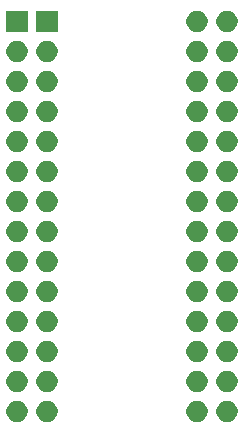
<source format=gbr>
G04 #@! TF.GenerationSoftware,KiCad,Pcbnew,(5.1.5-0-10_14)*
G04 #@! TF.CreationDate,2020-09-26T21:14:20+02:00*
G04 #@! TF.ProjectId,es_t4,65735f74-342e-46b6-9963-61645f706362,rev?*
G04 #@! TF.SameCoordinates,Original*
G04 #@! TF.FileFunction,Soldermask,Bot*
G04 #@! TF.FilePolarity,Negative*
%FSLAX46Y46*%
G04 Gerber Fmt 4.6, Leading zero omitted, Abs format (unit mm)*
G04 Created by KiCad (PCBNEW (5.1.5-0-10_14)) date 2020-09-26 21:14:20*
%MOMM*%
%LPD*%
G04 APERTURE LIST*
%ADD10C,0.100000*%
G04 APERTURE END LIST*
D10*
G36*
X149973512Y-103243927D02*
G01*
X150122812Y-103273624D01*
X150286784Y-103341544D01*
X150434354Y-103440147D01*
X150559853Y-103565646D01*
X150658456Y-103713216D01*
X150726376Y-103877188D01*
X150761000Y-104051259D01*
X150761000Y-104228741D01*
X150726376Y-104402812D01*
X150658456Y-104566784D01*
X150559853Y-104714354D01*
X150434354Y-104839853D01*
X150286784Y-104938456D01*
X150122812Y-105006376D01*
X149973512Y-105036073D01*
X149948742Y-105041000D01*
X149771258Y-105041000D01*
X149746488Y-105036073D01*
X149597188Y-105006376D01*
X149433216Y-104938456D01*
X149285646Y-104839853D01*
X149160147Y-104714354D01*
X149061544Y-104566784D01*
X148993624Y-104402812D01*
X148959000Y-104228741D01*
X148959000Y-104051259D01*
X148993624Y-103877188D01*
X149061544Y-103713216D01*
X149160147Y-103565646D01*
X149285646Y-103440147D01*
X149433216Y-103341544D01*
X149597188Y-103273624D01*
X149746488Y-103243927D01*
X149771258Y-103239000D01*
X149948742Y-103239000D01*
X149973512Y-103243927D01*
G37*
G36*
X147433512Y-103243927D02*
G01*
X147582812Y-103273624D01*
X147746784Y-103341544D01*
X147894354Y-103440147D01*
X148019853Y-103565646D01*
X148118456Y-103713216D01*
X148186376Y-103877188D01*
X148221000Y-104051259D01*
X148221000Y-104228741D01*
X148186376Y-104402812D01*
X148118456Y-104566784D01*
X148019853Y-104714354D01*
X147894354Y-104839853D01*
X147746784Y-104938456D01*
X147582812Y-105006376D01*
X147433512Y-105036073D01*
X147408742Y-105041000D01*
X147231258Y-105041000D01*
X147206488Y-105036073D01*
X147057188Y-105006376D01*
X146893216Y-104938456D01*
X146745646Y-104839853D01*
X146620147Y-104714354D01*
X146521544Y-104566784D01*
X146453624Y-104402812D01*
X146419000Y-104228741D01*
X146419000Y-104051259D01*
X146453624Y-103877188D01*
X146521544Y-103713216D01*
X146620147Y-103565646D01*
X146745646Y-103440147D01*
X146893216Y-103341544D01*
X147057188Y-103273624D01*
X147206488Y-103243927D01*
X147231258Y-103239000D01*
X147408742Y-103239000D01*
X147433512Y-103243927D01*
G37*
G36*
X134733512Y-103243927D02*
G01*
X134882812Y-103273624D01*
X135046784Y-103341544D01*
X135194354Y-103440147D01*
X135319853Y-103565646D01*
X135418456Y-103713216D01*
X135486376Y-103877188D01*
X135521000Y-104051259D01*
X135521000Y-104228741D01*
X135486376Y-104402812D01*
X135418456Y-104566784D01*
X135319853Y-104714354D01*
X135194354Y-104839853D01*
X135046784Y-104938456D01*
X134882812Y-105006376D01*
X134733512Y-105036073D01*
X134708742Y-105041000D01*
X134531258Y-105041000D01*
X134506488Y-105036073D01*
X134357188Y-105006376D01*
X134193216Y-104938456D01*
X134045646Y-104839853D01*
X133920147Y-104714354D01*
X133821544Y-104566784D01*
X133753624Y-104402812D01*
X133719000Y-104228741D01*
X133719000Y-104051259D01*
X133753624Y-103877188D01*
X133821544Y-103713216D01*
X133920147Y-103565646D01*
X134045646Y-103440147D01*
X134193216Y-103341544D01*
X134357188Y-103273624D01*
X134506488Y-103243927D01*
X134531258Y-103239000D01*
X134708742Y-103239000D01*
X134733512Y-103243927D01*
G37*
G36*
X132193512Y-103243927D02*
G01*
X132342812Y-103273624D01*
X132506784Y-103341544D01*
X132654354Y-103440147D01*
X132779853Y-103565646D01*
X132878456Y-103713216D01*
X132946376Y-103877188D01*
X132981000Y-104051259D01*
X132981000Y-104228741D01*
X132946376Y-104402812D01*
X132878456Y-104566784D01*
X132779853Y-104714354D01*
X132654354Y-104839853D01*
X132506784Y-104938456D01*
X132342812Y-105006376D01*
X132193512Y-105036073D01*
X132168742Y-105041000D01*
X131991258Y-105041000D01*
X131966488Y-105036073D01*
X131817188Y-105006376D01*
X131653216Y-104938456D01*
X131505646Y-104839853D01*
X131380147Y-104714354D01*
X131281544Y-104566784D01*
X131213624Y-104402812D01*
X131179000Y-104228741D01*
X131179000Y-104051259D01*
X131213624Y-103877188D01*
X131281544Y-103713216D01*
X131380147Y-103565646D01*
X131505646Y-103440147D01*
X131653216Y-103341544D01*
X131817188Y-103273624D01*
X131966488Y-103243927D01*
X131991258Y-103239000D01*
X132168742Y-103239000D01*
X132193512Y-103243927D01*
G37*
G36*
X149973512Y-100703927D02*
G01*
X150122812Y-100733624D01*
X150286784Y-100801544D01*
X150434354Y-100900147D01*
X150559853Y-101025646D01*
X150658456Y-101173216D01*
X150726376Y-101337188D01*
X150761000Y-101511259D01*
X150761000Y-101688741D01*
X150726376Y-101862812D01*
X150658456Y-102026784D01*
X150559853Y-102174354D01*
X150434354Y-102299853D01*
X150286784Y-102398456D01*
X150122812Y-102466376D01*
X149973512Y-102496073D01*
X149948742Y-102501000D01*
X149771258Y-102501000D01*
X149746488Y-102496073D01*
X149597188Y-102466376D01*
X149433216Y-102398456D01*
X149285646Y-102299853D01*
X149160147Y-102174354D01*
X149061544Y-102026784D01*
X148993624Y-101862812D01*
X148959000Y-101688741D01*
X148959000Y-101511259D01*
X148993624Y-101337188D01*
X149061544Y-101173216D01*
X149160147Y-101025646D01*
X149285646Y-100900147D01*
X149433216Y-100801544D01*
X149597188Y-100733624D01*
X149746488Y-100703927D01*
X149771258Y-100699000D01*
X149948742Y-100699000D01*
X149973512Y-100703927D01*
G37*
G36*
X134733512Y-100703927D02*
G01*
X134882812Y-100733624D01*
X135046784Y-100801544D01*
X135194354Y-100900147D01*
X135319853Y-101025646D01*
X135418456Y-101173216D01*
X135486376Y-101337188D01*
X135521000Y-101511259D01*
X135521000Y-101688741D01*
X135486376Y-101862812D01*
X135418456Y-102026784D01*
X135319853Y-102174354D01*
X135194354Y-102299853D01*
X135046784Y-102398456D01*
X134882812Y-102466376D01*
X134733512Y-102496073D01*
X134708742Y-102501000D01*
X134531258Y-102501000D01*
X134506488Y-102496073D01*
X134357188Y-102466376D01*
X134193216Y-102398456D01*
X134045646Y-102299853D01*
X133920147Y-102174354D01*
X133821544Y-102026784D01*
X133753624Y-101862812D01*
X133719000Y-101688741D01*
X133719000Y-101511259D01*
X133753624Y-101337188D01*
X133821544Y-101173216D01*
X133920147Y-101025646D01*
X134045646Y-100900147D01*
X134193216Y-100801544D01*
X134357188Y-100733624D01*
X134506488Y-100703927D01*
X134531258Y-100699000D01*
X134708742Y-100699000D01*
X134733512Y-100703927D01*
G37*
G36*
X147433512Y-100703927D02*
G01*
X147582812Y-100733624D01*
X147746784Y-100801544D01*
X147894354Y-100900147D01*
X148019853Y-101025646D01*
X148118456Y-101173216D01*
X148186376Y-101337188D01*
X148221000Y-101511259D01*
X148221000Y-101688741D01*
X148186376Y-101862812D01*
X148118456Y-102026784D01*
X148019853Y-102174354D01*
X147894354Y-102299853D01*
X147746784Y-102398456D01*
X147582812Y-102466376D01*
X147433512Y-102496073D01*
X147408742Y-102501000D01*
X147231258Y-102501000D01*
X147206488Y-102496073D01*
X147057188Y-102466376D01*
X146893216Y-102398456D01*
X146745646Y-102299853D01*
X146620147Y-102174354D01*
X146521544Y-102026784D01*
X146453624Y-101862812D01*
X146419000Y-101688741D01*
X146419000Y-101511259D01*
X146453624Y-101337188D01*
X146521544Y-101173216D01*
X146620147Y-101025646D01*
X146745646Y-100900147D01*
X146893216Y-100801544D01*
X147057188Y-100733624D01*
X147206488Y-100703927D01*
X147231258Y-100699000D01*
X147408742Y-100699000D01*
X147433512Y-100703927D01*
G37*
G36*
X132193512Y-100703927D02*
G01*
X132342812Y-100733624D01*
X132506784Y-100801544D01*
X132654354Y-100900147D01*
X132779853Y-101025646D01*
X132878456Y-101173216D01*
X132946376Y-101337188D01*
X132981000Y-101511259D01*
X132981000Y-101688741D01*
X132946376Y-101862812D01*
X132878456Y-102026784D01*
X132779853Y-102174354D01*
X132654354Y-102299853D01*
X132506784Y-102398456D01*
X132342812Y-102466376D01*
X132193512Y-102496073D01*
X132168742Y-102501000D01*
X131991258Y-102501000D01*
X131966488Y-102496073D01*
X131817188Y-102466376D01*
X131653216Y-102398456D01*
X131505646Y-102299853D01*
X131380147Y-102174354D01*
X131281544Y-102026784D01*
X131213624Y-101862812D01*
X131179000Y-101688741D01*
X131179000Y-101511259D01*
X131213624Y-101337188D01*
X131281544Y-101173216D01*
X131380147Y-101025646D01*
X131505646Y-100900147D01*
X131653216Y-100801544D01*
X131817188Y-100733624D01*
X131966488Y-100703927D01*
X131991258Y-100699000D01*
X132168742Y-100699000D01*
X132193512Y-100703927D01*
G37*
G36*
X149973512Y-98163927D02*
G01*
X150122812Y-98193624D01*
X150286784Y-98261544D01*
X150434354Y-98360147D01*
X150559853Y-98485646D01*
X150658456Y-98633216D01*
X150726376Y-98797188D01*
X150761000Y-98971259D01*
X150761000Y-99148741D01*
X150726376Y-99322812D01*
X150658456Y-99486784D01*
X150559853Y-99634354D01*
X150434354Y-99759853D01*
X150286784Y-99858456D01*
X150122812Y-99926376D01*
X149973512Y-99956073D01*
X149948742Y-99961000D01*
X149771258Y-99961000D01*
X149746488Y-99956073D01*
X149597188Y-99926376D01*
X149433216Y-99858456D01*
X149285646Y-99759853D01*
X149160147Y-99634354D01*
X149061544Y-99486784D01*
X148993624Y-99322812D01*
X148959000Y-99148741D01*
X148959000Y-98971259D01*
X148993624Y-98797188D01*
X149061544Y-98633216D01*
X149160147Y-98485646D01*
X149285646Y-98360147D01*
X149433216Y-98261544D01*
X149597188Y-98193624D01*
X149746488Y-98163927D01*
X149771258Y-98159000D01*
X149948742Y-98159000D01*
X149973512Y-98163927D01*
G37*
G36*
X147433512Y-98163927D02*
G01*
X147582812Y-98193624D01*
X147746784Y-98261544D01*
X147894354Y-98360147D01*
X148019853Y-98485646D01*
X148118456Y-98633216D01*
X148186376Y-98797188D01*
X148221000Y-98971259D01*
X148221000Y-99148741D01*
X148186376Y-99322812D01*
X148118456Y-99486784D01*
X148019853Y-99634354D01*
X147894354Y-99759853D01*
X147746784Y-99858456D01*
X147582812Y-99926376D01*
X147433512Y-99956073D01*
X147408742Y-99961000D01*
X147231258Y-99961000D01*
X147206488Y-99956073D01*
X147057188Y-99926376D01*
X146893216Y-99858456D01*
X146745646Y-99759853D01*
X146620147Y-99634354D01*
X146521544Y-99486784D01*
X146453624Y-99322812D01*
X146419000Y-99148741D01*
X146419000Y-98971259D01*
X146453624Y-98797188D01*
X146521544Y-98633216D01*
X146620147Y-98485646D01*
X146745646Y-98360147D01*
X146893216Y-98261544D01*
X147057188Y-98193624D01*
X147206488Y-98163927D01*
X147231258Y-98159000D01*
X147408742Y-98159000D01*
X147433512Y-98163927D01*
G37*
G36*
X134733512Y-98163927D02*
G01*
X134882812Y-98193624D01*
X135046784Y-98261544D01*
X135194354Y-98360147D01*
X135319853Y-98485646D01*
X135418456Y-98633216D01*
X135486376Y-98797188D01*
X135521000Y-98971259D01*
X135521000Y-99148741D01*
X135486376Y-99322812D01*
X135418456Y-99486784D01*
X135319853Y-99634354D01*
X135194354Y-99759853D01*
X135046784Y-99858456D01*
X134882812Y-99926376D01*
X134733512Y-99956073D01*
X134708742Y-99961000D01*
X134531258Y-99961000D01*
X134506488Y-99956073D01*
X134357188Y-99926376D01*
X134193216Y-99858456D01*
X134045646Y-99759853D01*
X133920147Y-99634354D01*
X133821544Y-99486784D01*
X133753624Y-99322812D01*
X133719000Y-99148741D01*
X133719000Y-98971259D01*
X133753624Y-98797188D01*
X133821544Y-98633216D01*
X133920147Y-98485646D01*
X134045646Y-98360147D01*
X134193216Y-98261544D01*
X134357188Y-98193624D01*
X134506488Y-98163927D01*
X134531258Y-98159000D01*
X134708742Y-98159000D01*
X134733512Y-98163927D01*
G37*
G36*
X132193512Y-98163927D02*
G01*
X132342812Y-98193624D01*
X132506784Y-98261544D01*
X132654354Y-98360147D01*
X132779853Y-98485646D01*
X132878456Y-98633216D01*
X132946376Y-98797188D01*
X132981000Y-98971259D01*
X132981000Y-99148741D01*
X132946376Y-99322812D01*
X132878456Y-99486784D01*
X132779853Y-99634354D01*
X132654354Y-99759853D01*
X132506784Y-99858456D01*
X132342812Y-99926376D01*
X132193512Y-99956073D01*
X132168742Y-99961000D01*
X131991258Y-99961000D01*
X131966488Y-99956073D01*
X131817188Y-99926376D01*
X131653216Y-99858456D01*
X131505646Y-99759853D01*
X131380147Y-99634354D01*
X131281544Y-99486784D01*
X131213624Y-99322812D01*
X131179000Y-99148741D01*
X131179000Y-98971259D01*
X131213624Y-98797188D01*
X131281544Y-98633216D01*
X131380147Y-98485646D01*
X131505646Y-98360147D01*
X131653216Y-98261544D01*
X131817188Y-98193624D01*
X131966488Y-98163927D01*
X131991258Y-98159000D01*
X132168742Y-98159000D01*
X132193512Y-98163927D01*
G37*
G36*
X134733512Y-95623927D02*
G01*
X134882812Y-95653624D01*
X135046784Y-95721544D01*
X135194354Y-95820147D01*
X135319853Y-95945646D01*
X135418456Y-96093216D01*
X135486376Y-96257188D01*
X135521000Y-96431259D01*
X135521000Y-96608741D01*
X135486376Y-96782812D01*
X135418456Y-96946784D01*
X135319853Y-97094354D01*
X135194354Y-97219853D01*
X135046784Y-97318456D01*
X134882812Y-97386376D01*
X134733512Y-97416073D01*
X134708742Y-97421000D01*
X134531258Y-97421000D01*
X134506488Y-97416073D01*
X134357188Y-97386376D01*
X134193216Y-97318456D01*
X134045646Y-97219853D01*
X133920147Y-97094354D01*
X133821544Y-96946784D01*
X133753624Y-96782812D01*
X133719000Y-96608741D01*
X133719000Y-96431259D01*
X133753624Y-96257188D01*
X133821544Y-96093216D01*
X133920147Y-95945646D01*
X134045646Y-95820147D01*
X134193216Y-95721544D01*
X134357188Y-95653624D01*
X134506488Y-95623927D01*
X134531258Y-95619000D01*
X134708742Y-95619000D01*
X134733512Y-95623927D01*
G37*
G36*
X132193512Y-95623927D02*
G01*
X132342812Y-95653624D01*
X132506784Y-95721544D01*
X132654354Y-95820147D01*
X132779853Y-95945646D01*
X132878456Y-96093216D01*
X132946376Y-96257188D01*
X132981000Y-96431259D01*
X132981000Y-96608741D01*
X132946376Y-96782812D01*
X132878456Y-96946784D01*
X132779853Y-97094354D01*
X132654354Y-97219853D01*
X132506784Y-97318456D01*
X132342812Y-97386376D01*
X132193512Y-97416073D01*
X132168742Y-97421000D01*
X131991258Y-97421000D01*
X131966488Y-97416073D01*
X131817188Y-97386376D01*
X131653216Y-97318456D01*
X131505646Y-97219853D01*
X131380147Y-97094354D01*
X131281544Y-96946784D01*
X131213624Y-96782812D01*
X131179000Y-96608741D01*
X131179000Y-96431259D01*
X131213624Y-96257188D01*
X131281544Y-96093216D01*
X131380147Y-95945646D01*
X131505646Y-95820147D01*
X131653216Y-95721544D01*
X131817188Y-95653624D01*
X131966488Y-95623927D01*
X131991258Y-95619000D01*
X132168742Y-95619000D01*
X132193512Y-95623927D01*
G37*
G36*
X147433512Y-95623927D02*
G01*
X147582812Y-95653624D01*
X147746784Y-95721544D01*
X147894354Y-95820147D01*
X148019853Y-95945646D01*
X148118456Y-96093216D01*
X148186376Y-96257188D01*
X148221000Y-96431259D01*
X148221000Y-96608741D01*
X148186376Y-96782812D01*
X148118456Y-96946784D01*
X148019853Y-97094354D01*
X147894354Y-97219853D01*
X147746784Y-97318456D01*
X147582812Y-97386376D01*
X147433512Y-97416073D01*
X147408742Y-97421000D01*
X147231258Y-97421000D01*
X147206488Y-97416073D01*
X147057188Y-97386376D01*
X146893216Y-97318456D01*
X146745646Y-97219853D01*
X146620147Y-97094354D01*
X146521544Y-96946784D01*
X146453624Y-96782812D01*
X146419000Y-96608741D01*
X146419000Y-96431259D01*
X146453624Y-96257188D01*
X146521544Y-96093216D01*
X146620147Y-95945646D01*
X146745646Y-95820147D01*
X146893216Y-95721544D01*
X147057188Y-95653624D01*
X147206488Y-95623927D01*
X147231258Y-95619000D01*
X147408742Y-95619000D01*
X147433512Y-95623927D01*
G37*
G36*
X149973512Y-95623927D02*
G01*
X150122812Y-95653624D01*
X150286784Y-95721544D01*
X150434354Y-95820147D01*
X150559853Y-95945646D01*
X150658456Y-96093216D01*
X150726376Y-96257188D01*
X150761000Y-96431259D01*
X150761000Y-96608741D01*
X150726376Y-96782812D01*
X150658456Y-96946784D01*
X150559853Y-97094354D01*
X150434354Y-97219853D01*
X150286784Y-97318456D01*
X150122812Y-97386376D01*
X149973512Y-97416073D01*
X149948742Y-97421000D01*
X149771258Y-97421000D01*
X149746488Y-97416073D01*
X149597188Y-97386376D01*
X149433216Y-97318456D01*
X149285646Y-97219853D01*
X149160147Y-97094354D01*
X149061544Y-96946784D01*
X148993624Y-96782812D01*
X148959000Y-96608741D01*
X148959000Y-96431259D01*
X148993624Y-96257188D01*
X149061544Y-96093216D01*
X149160147Y-95945646D01*
X149285646Y-95820147D01*
X149433216Y-95721544D01*
X149597188Y-95653624D01*
X149746488Y-95623927D01*
X149771258Y-95619000D01*
X149948742Y-95619000D01*
X149973512Y-95623927D01*
G37*
G36*
X149973512Y-93083927D02*
G01*
X150122812Y-93113624D01*
X150286784Y-93181544D01*
X150434354Y-93280147D01*
X150559853Y-93405646D01*
X150658456Y-93553216D01*
X150726376Y-93717188D01*
X150761000Y-93891259D01*
X150761000Y-94068741D01*
X150726376Y-94242812D01*
X150658456Y-94406784D01*
X150559853Y-94554354D01*
X150434354Y-94679853D01*
X150286784Y-94778456D01*
X150122812Y-94846376D01*
X149973512Y-94876073D01*
X149948742Y-94881000D01*
X149771258Y-94881000D01*
X149746488Y-94876073D01*
X149597188Y-94846376D01*
X149433216Y-94778456D01*
X149285646Y-94679853D01*
X149160147Y-94554354D01*
X149061544Y-94406784D01*
X148993624Y-94242812D01*
X148959000Y-94068741D01*
X148959000Y-93891259D01*
X148993624Y-93717188D01*
X149061544Y-93553216D01*
X149160147Y-93405646D01*
X149285646Y-93280147D01*
X149433216Y-93181544D01*
X149597188Y-93113624D01*
X149746488Y-93083927D01*
X149771258Y-93079000D01*
X149948742Y-93079000D01*
X149973512Y-93083927D01*
G37*
G36*
X147433512Y-93083927D02*
G01*
X147582812Y-93113624D01*
X147746784Y-93181544D01*
X147894354Y-93280147D01*
X148019853Y-93405646D01*
X148118456Y-93553216D01*
X148186376Y-93717188D01*
X148221000Y-93891259D01*
X148221000Y-94068741D01*
X148186376Y-94242812D01*
X148118456Y-94406784D01*
X148019853Y-94554354D01*
X147894354Y-94679853D01*
X147746784Y-94778456D01*
X147582812Y-94846376D01*
X147433512Y-94876073D01*
X147408742Y-94881000D01*
X147231258Y-94881000D01*
X147206488Y-94876073D01*
X147057188Y-94846376D01*
X146893216Y-94778456D01*
X146745646Y-94679853D01*
X146620147Y-94554354D01*
X146521544Y-94406784D01*
X146453624Y-94242812D01*
X146419000Y-94068741D01*
X146419000Y-93891259D01*
X146453624Y-93717188D01*
X146521544Y-93553216D01*
X146620147Y-93405646D01*
X146745646Y-93280147D01*
X146893216Y-93181544D01*
X147057188Y-93113624D01*
X147206488Y-93083927D01*
X147231258Y-93079000D01*
X147408742Y-93079000D01*
X147433512Y-93083927D01*
G37*
G36*
X134733512Y-93083927D02*
G01*
X134882812Y-93113624D01*
X135046784Y-93181544D01*
X135194354Y-93280147D01*
X135319853Y-93405646D01*
X135418456Y-93553216D01*
X135486376Y-93717188D01*
X135521000Y-93891259D01*
X135521000Y-94068741D01*
X135486376Y-94242812D01*
X135418456Y-94406784D01*
X135319853Y-94554354D01*
X135194354Y-94679853D01*
X135046784Y-94778456D01*
X134882812Y-94846376D01*
X134733512Y-94876073D01*
X134708742Y-94881000D01*
X134531258Y-94881000D01*
X134506488Y-94876073D01*
X134357188Y-94846376D01*
X134193216Y-94778456D01*
X134045646Y-94679853D01*
X133920147Y-94554354D01*
X133821544Y-94406784D01*
X133753624Y-94242812D01*
X133719000Y-94068741D01*
X133719000Y-93891259D01*
X133753624Y-93717188D01*
X133821544Y-93553216D01*
X133920147Y-93405646D01*
X134045646Y-93280147D01*
X134193216Y-93181544D01*
X134357188Y-93113624D01*
X134506488Y-93083927D01*
X134531258Y-93079000D01*
X134708742Y-93079000D01*
X134733512Y-93083927D01*
G37*
G36*
X132193512Y-93083927D02*
G01*
X132342812Y-93113624D01*
X132506784Y-93181544D01*
X132654354Y-93280147D01*
X132779853Y-93405646D01*
X132878456Y-93553216D01*
X132946376Y-93717188D01*
X132981000Y-93891259D01*
X132981000Y-94068741D01*
X132946376Y-94242812D01*
X132878456Y-94406784D01*
X132779853Y-94554354D01*
X132654354Y-94679853D01*
X132506784Y-94778456D01*
X132342812Y-94846376D01*
X132193512Y-94876073D01*
X132168742Y-94881000D01*
X131991258Y-94881000D01*
X131966488Y-94876073D01*
X131817188Y-94846376D01*
X131653216Y-94778456D01*
X131505646Y-94679853D01*
X131380147Y-94554354D01*
X131281544Y-94406784D01*
X131213624Y-94242812D01*
X131179000Y-94068741D01*
X131179000Y-93891259D01*
X131213624Y-93717188D01*
X131281544Y-93553216D01*
X131380147Y-93405646D01*
X131505646Y-93280147D01*
X131653216Y-93181544D01*
X131817188Y-93113624D01*
X131966488Y-93083927D01*
X131991258Y-93079000D01*
X132168742Y-93079000D01*
X132193512Y-93083927D01*
G37*
G36*
X134733512Y-90543927D02*
G01*
X134882812Y-90573624D01*
X135046784Y-90641544D01*
X135194354Y-90740147D01*
X135319853Y-90865646D01*
X135418456Y-91013216D01*
X135486376Y-91177188D01*
X135521000Y-91351259D01*
X135521000Y-91528741D01*
X135486376Y-91702812D01*
X135418456Y-91866784D01*
X135319853Y-92014354D01*
X135194354Y-92139853D01*
X135046784Y-92238456D01*
X134882812Y-92306376D01*
X134733512Y-92336073D01*
X134708742Y-92341000D01*
X134531258Y-92341000D01*
X134506488Y-92336073D01*
X134357188Y-92306376D01*
X134193216Y-92238456D01*
X134045646Y-92139853D01*
X133920147Y-92014354D01*
X133821544Y-91866784D01*
X133753624Y-91702812D01*
X133719000Y-91528741D01*
X133719000Y-91351259D01*
X133753624Y-91177188D01*
X133821544Y-91013216D01*
X133920147Y-90865646D01*
X134045646Y-90740147D01*
X134193216Y-90641544D01*
X134357188Y-90573624D01*
X134506488Y-90543927D01*
X134531258Y-90539000D01*
X134708742Y-90539000D01*
X134733512Y-90543927D01*
G37*
G36*
X149973512Y-90543927D02*
G01*
X150122812Y-90573624D01*
X150286784Y-90641544D01*
X150434354Y-90740147D01*
X150559853Y-90865646D01*
X150658456Y-91013216D01*
X150726376Y-91177188D01*
X150761000Y-91351259D01*
X150761000Y-91528741D01*
X150726376Y-91702812D01*
X150658456Y-91866784D01*
X150559853Y-92014354D01*
X150434354Y-92139853D01*
X150286784Y-92238456D01*
X150122812Y-92306376D01*
X149973512Y-92336073D01*
X149948742Y-92341000D01*
X149771258Y-92341000D01*
X149746488Y-92336073D01*
X149597188Y-92306376D01*
X149433216Y-92238456D01*
X149285646Y-92139853D01*
X149160147Y-92014354D01*
X149061544Y-91866784D01*
X148993624Y-91702812D01*
X148959000Y-91528741D01*
X148959000Y-91351259D01*
X148993624Y-91177188D01*
X149061544Y-91013216D01*
X149160147Y-90865646D01*
X149285646Y-90740147D01*
X149433216Y-90641544D01*
X149597188Y-90573624D01*
X149746488Y-90543927D01*
X149771258Y-90539000D01*
X149948742Y-90539000D01*
X149973512Y-90543927D01*
G37*
G36*
X147433512Y-90543927D02*
G01*
X147582812Y-90573624D01*
X147746784Y-90641544D01*
X147894354Y-90740147D01*
X148019853Y-90865646D01*
X148118456Y-91013216D01*
X148186376Y-91177188D01*
X148221000Y-91351259D01*
X148221000Y-91528741D01*
X148186376Y-91702812D01*
X148118456Y-91866784D01*
X148019853Y-92014354D01*
X147894354Y-92139853D01*
X147746784Y-92238456D01*
X147582812Y-92306376D01*
X147433512Y-92336073D01*
X147408742Y-92341000D01*
X147231258Y-92341000D01*
X147206488Y-92336073D01*
X147057188Y-92306376D01*
X146893216Y-92238456D01*
X146745646Y-92139853D01*
X146620147Y-92014354D01*
X146521544Y-91866784D01*
X146453624Y-91702812D01*
X146419000Y-91528741D01*
X146419000Y-91351259D01*
X146453624Y-91177188D01*
X146521544Y-91013216D01*
X146620147Y-90865646D01*
X146745646Y-90740147D01*
X146893216Y-90641544D01*
X147057188Y-90573624D01*
X147206488Y-90543927D01*
X147231258Y-90539000D01*
X147408742Y-90539000D01*
X147433512Y-90543927D01*
G37*
G36*
X132193512Y-90543927D02*
G01*
X132342812Y-90573624D01*
X132506784Y-90641544D01*
X132654354Y-90740147D01*
X132779853Y-90865646D01*
X132878456Y-91013216D01*
X132946376Y-91177188D01*
X132981000Y-91351259D01*
X132981000Y-91528741D01*
X132946376Y-91702812D01*
X132878456Y-91866784D01*
X132779853Y-92014354D01*
X132654354Y-92139853D01*
X132506784Y-92238456D01*
X132342812Y-92306376D01*
X132193512Y-92336073D01*
X132168742Y-92341000D01*
X131991258Y-92341000D01*
X131966488Y-92336073D01*
X131817188Y-92306376D01*
X131653216Y-92238456D01*
X131505646Y-92139853D01*
X131380147Y-92014354D01*
X131281544Y-91866784D01*
X131213624Y-91702812D01*
X131179000Y-91528741D01*
X131179000Y-91351259D01*
X131213624Y-91177188D01*
X131281544Y-91013216D01*
X131380147Y-90865646D01*
X131505646Y-90740147D01*
X131653216Y-90641544D01*
X131817188Y-90573624D01*
X131966488Y-90543927D01*
X131991258Y-90539000D01*
X132168742Y-90539000D01*
X132193512Y-90543927D01*
G37*
G36*
X147433512Y-88003927D02*
G01*
X147582812Y-88033624D01*
X147746784Y-88101544D01*
X147894354Y-88200147D01*
X148019853Y-88325646D01*
X148118456Y-88473216D01*
X148186376Y-88637188D01*
X148221000Y-88811259D01*
X148221000Y-88988741D01*
X148186376Y-89162812D01*
X148118456Y-89326784D01*
X148019853Y-89474354D01*
X147894354Y-89599853D01*
X147746784Y-89698456D01*
X147582812Y-89766376D01*
X147433512Y-89796073D01*
X147408742Y-89801000D01*
X147231258Y-89801000D01*
X147206488Y-89796073D01*
X147057188Y-89766376D01*
X146893216Y-89698456D01*
X146745646Y-89599853D01*
X146620147Y-89474354D01*
X146521544Y-89326784D01*
X146453624Y-89162812D01*
X146419000Y-88988741D01*
X146419000Y-88811259D01*
X146453624Y-88637188D01*
X146521544Y-88473216D01*
X146620147Y-88325646D01*
X146745646Y-88200147D01*
X146893216Y-88101544D01*
X147057188Y-88033624D01*
X147206488Y-88003927D01*
X147231258Y-87999000D01*
X147408742Y-87999000D01*
X147433512Y-88003927D01*
G37*
G36*
X134733512Y-88003927D02*
G01*
X134882812Y-88033624D01*
X135046784Y-88101544D01*
X135194354Y-88200147D01*
X135319853Y-88325646D01*
X135418456Y-88473216D01*
X135486376Y-88637188D01*
X135521000Y-88811259D01*
X135521000Y-88988741D01*
X135486376Y-89162812D01*
X135418456Y-89326784D01*
X135319853Y-89474354D01*
X135194354Y-89599853D01*
X135046784Y-89698456D01*
X134882812Y-89766376D01*
X134733512Y-89796073D01*
X134708742Y-89801000D01*
X134531258Y-89801000D01*
X134506488Y-89796073D01*
X134357188Y-89766376D01*
X134193216Y-89698456D01*
X134045646Y-89599853D01*
X133920147Y-89474354D01*
X133821544Y-89326784D01*
X133753624Y-89162812D01*
X133719000Y-88988741D01*
X133719000Y-88811259D01*
X133753624Y-88637188D01*
X133821544Y-88473216D01*
X133920147Y-88325646D01*
X134045646Y-88200147D01*
X134193216Y-88101544D01*
X134357188Y-88033624D01*
X134506488Y-88003927D01*
X134531258Y-87999000D01*
X134708742Y-87999000D01*
X134733512Y-88003927D01*
G37*
G36*
X149973512Y-88003927D02*
G01*
X150122812Y-88033624D01*
X150286784Y-88101544D01*
X150434354Y-88200147D01*
X150559853Y-88325646D01*
X150658456Y-88473216D01*
X150726376Y-88637188D01*
X150761000Y-88811259D01*
X150761000Y-88988741D01*
X150726376Y-89162812D01*
X150658456Y-89326784D01*
X150559853Y-89474354D01*
X150434354Y-89599853D01*
X150286784Y-89698456D01*
X150122812Y-89766376D01*
X149973512Y-89796073D01*
X149948742Y-89801000D01*
X149771258Y-89801000D01*
X149746488Y-89796073D01*
X149597188Y-89766376D01*
X149433216Y-89698456D01*
X149285646Y-89599853D01*
X149160147Y-89474354D01*
X149061544Y-89326784D01*
X148993624Y-89162812D01*
X148959000Y-88988741D01*
X148959000Y-88811259D01*
X148993624Y-88637188D01*
X149061544Y-88473216D01*
X149160147Y-88325646D01*
X149285646Y-88200147D01*
X149433216Y-88101544D01*
X149597188Y-88033624D01*
X149746488Y-88003927D01*
X149771258Y-87999000D01*
X149948742Y-87999000D01*
X149973512Y-88003927D01*
G37*
G36*
X132193512Y-88003927D02*
G01*
X132342812Y-88033624D01*
X132506784Y-88101544D01*
X132654354Y-88200147D01*
X132779853Y-88325646D01*
X132878456Y-88473216D01*
X132946376Y-88637188D01*
X132981000Y-88811259D01*
X132981000Y-88988741D01*
X132946376Y-89162812D01*
X132878456Y-89326784D01*
X132779853Y-89474354D01*
X132654354Y-89599853D01*
X132506784Y-89698456D01*
X132342812Y-89766376D01*
X132193512Y-89796073D01*
X132168742Y-89801000D01*
X131991258Y-89801000D01*
X131966488Y-89796073D01*
X131817188Y-89766376D01*
X131653216Y-89698456D01*
X131505646Y-89599853D01*
X131380147Y-89474354D01*
X131281544Y-89326784D01*
X131213624Y-89162812D01*
X131179000Y-88988741D01*
X131179000Y-88811259D01*
X131213624Y-88637188D01*
X131281544Y-88473216D01*
X131380147Y-88325646D01*
X131505646Y-88200147D01*
X131653216Y-88101544D01*
X131817188Y-88033624D01*
X131966488Y-88003927D01*
X131991258Y-87999000D01*
X132168742Y-87999000D01*
X132193512Y-88003927D01*
G37*
G36*
X132193512Y-85463927D02*
G01*
X132342812Y-85493624D01*
X132506784Y-85561544D01*
X132654354Y-85660147D01*
X132779853Y-85785646D01*
X132878456Y-85933216D01*
X132946376Y-86097188D01*
X132981000Y-86271259D01*
X132981000Y-86448741D01*
X132946376Y-86622812D01*
X132878456Y-86786784D01*
X132779853Y-86934354D01*
X132654354Y-87059853D01*
X132506784Y-87158456D01*
X132342812Y-87226376D01*
X132193512Y-87256073D01*
X132168742Y-87261000D01*
X131991258Y-87261000D01*
X131966488Y-87256073D01*
X131817188Y-87226376D01*
X131653216Y-87158456D01*
X131505646Y-87059853D01*
X131380147Y-86934354D01*
X131281544Y-86786784D01*
X131213624Y-86622812D01*
X131179000Y-86448741D01*
X131179000Y-86271259D01*
X131213624Y-86097188D01*
X131281544Y-85933216D01*
X131380147Y-85785646D01*
X131505646Y-85660147D01*
X131653216Y-85561544D01*
X131817188Y-85493624D01*
X131966488Y-85463927D01*
X131991258Y-85459000D01*
X132168742Y-85459000D01*
X132193512Y-85463927D01*
G37*
G36*
X134733512Y-85463927D02*
G01*
X134882812Y-85493624D01*
X135046784Y-85561544D01*
X135194354Y-85660147D01*
X135319853Y-85785646D01*
X135418456Y-85933216D01*
X135486376Y-86097188D01*
X135521000Y-86271259D01*
X135521000Y-86448741D01*
X135486376Y-86622812D01*
X135418456Y-86786784D01*
X135319853Y-86934354D01*
X135194354Y-87059853D01*
X135046784Y-87158456D01*
X134882812Y-87226376D01*
X134733512Y-87256073D01*
X134708742Y-87261000D01*
X134531258Y-87261000D01*
X134506488Y-87256073D01*
X134357188Y-87226376D01*
X134193216Y-87158456D01*
X134045646Y-87059853D01*
X133920147Y-86934354D01*
X133821544Y-86786784D01*
X133753624Y-86622812D01*
X133719000Y-86448741D01*
X133719000Y-86271259D01*
X133753624Y-86097188D01*
X133821544Y-85933216D01*
X133920147Y-85785646D01*
X134045646Y-85660147D01*
X134193216Y-85561544D01*
X134357188Y-85493624D01*
X134506488Y-85463927D01*
X134531258Y-85459000D01*
X134708742Y-85459000D01*
X134733512Y-85463927D01*
G37*
G36*
X147433512Y-85463927D02*
G01*
X147582812Y-85493624D01*
X147746784Y-85561544D01*
X147894354Y-85660147D01*
X148019853Y-85785646D01*
X148118456Y-85933216D01*
X148186376Y-86097188D01*
X148221000Y-86271259D01*
X148221000Y-86448741D01*
X148186376Y-86622812D01*
X148118456Y-86786784D01*
X148019853Y-86934354D01*
X147894354Y-87059853D01*
X147746784Y-87158456D01*
X147582812Y-87226376D01*
X147433512Y-87256073D01*
X147408742Y-87261000D01*
X147231258Y-87261000D01*
X147206488Y-87256073D01*
X147057188Y-87226376D01*
X146893216Y-87158456D01*
X146745646Y-87059853D01*
X146620147Y-86934354D01*
X146521544Y-86786784D01*
X146453624Y-86622812D01*
X146419000Y-86448741D01*
X146419000Y-86271259D01*
X146453624Y-86097188D01*
X146521544Y-85933216D01*
X146620147Y-85785646D01*
X146745646Y-85660147D01*
X146893216Y-85561544D01*
X147057188Y-85493624D01*
X147206488Y-85463927D01*
X147231258Y-85459000D01*
X147408742Y-85459000D01*
X147433512Y-85463927D01*
G37*
G36*
X149973512Y-85463927D02*
G01*
X150122812Y-85493624D01*
X150286784Y-85561544D01*
X150434354Y-85660147D01*
X150559853Y-85785646D01*
X150658456Y-85933216D01*
X150726376Y-86097188D01*
X150761000Y-86271259D01*
X150761000Y-86448741D01*
X150726376Y-86622812D01*
X150658456Y-86786784D01*
X150559853Y-86934354D01*
X150434354Y-87059853D01*
X150286784Y-87158456D01*
X150122812Y-87226376D01*
X149973512Y-87256073D01*
X149948742Y-87261000D01*
X149771258Y-87261000D01*
X149746488Y-87256073D01*
X149597188Y-87226376D01*
X149433216Y-87158456D01*
X149285646Y-87059853D01*
X149160147Y-86934354D01*
X149061544Y-86786784D01*
X148993624Y-86622812D01*
X148959000Y-86448741D01*
X148959000Y-86271259D01*
X148993624Y-86097188D01*
X149061544Y-85933216D01*
X149160147Y-85785646D01*
X149285646Y-85660147D01*
X149433216Y-85561544D01*
X149597188Y-85493624D01*
X149746488Y-85463927D01*
X149771258Y-85459000D01*
X149948742Y-85459000D01*
X149973512Y-85463927D01*
G37*
G36*
X149973512Y-82923927D02*
G01*
X150122812Y-82953624D01*
X150286784Y-83021544D01*
X150434354Y-83120147D01*
X150559853Y-83245646D01*
X150658456Y-83393216D01*
X150726376Y-83557188D01*
X150761000Y-83731259D01*
X150761000Y-83908741D01*
X150726376Y-84082812D01*
X150658456Y-84246784D01*
X150559853Y-84394354D01*
X150434354Y-84519853D01*
X150286784Y-84618456D01*
X150122812Y-84686376D01*
X149973512Y-84716073D01*
X149948742Y-84721000D01*
X149771258Y-84721000D01*
X149746488Y-84716073D01*
X149597188Y-84686376D01*
X149433216Y-84618456D01*
X149285646Y-84519853D01*
X149160147Y-84394354D01*
X149061544Y-84246784D01*
X148993624Y-84082812D01*
X148959000Y-83908741D01*
X148959000Y-83731259D01*
X148993624Y-83557188D01*
X149061544Y-83393216D01*
X149160147Y-83245646D01*
X149285646Y-83120147D01*
X149433216Y-83021544D01*
X149597188Y-82953624D01*
X149746488Y-82923927D01*
X149771258Y-82919000D01*
X149948742Y-82919000D01*
X149973512Y-82923927D01*
G37*
G36*
X134733512Y-82923927D02*
G01*
X134882812Y-82953624D01*
X135046784Y-83021544D01*
X135194354Y-83120147D01*
X135319853Y-83245646D01*
X135418456Y-83393216D01*
X135486376Y-83557188D01*
X135521000Y-83731259D01*
X135521000Y-83908741D01*
X135486376Y-84082812D01*
X135418456Y-84246784D01*
X135319853Y-84394354D01*
X135194354Y-84519853D01*
X135046784Y-84618456D01*
X134882812Y-84686376D01*
X134733512Y-84716073D01*
X134708742Y-84721000D01*
X134531258Y-84721000D01*
X134506488Y-84716073D01*
X134357188Y-84686376D01*
X134193216Y-84618456D01*
X134045646Y-84519853D01*
X133920147Y-84394354D01*
X133821544Y-84246784D01*
X133753624Y-84082812D01*
X133719000Y-83908741D01*
X133719000Y-83731259D01*
X133753624Y-83557188D01*
X133821544Y-83393216D01*
X133920147Y-83245646D01*
X134045646Y-83120147D01*
X134193216Y-83021544D01*
X134357188Y-82953624D01*
X134506488Y-82923927D01*
X134531258Y-82919000D01*
X134708742Y-82919000D01*
X134733512Y-82923927D01*
G37*
G36*
X132193512Y-82923927D02*
G01*
X132342812Y-82953624D01*
X132506784Y-83021544D01*
X132654354Y-83120147D01*
X132779853Y-83245646D01*
X132878456Y-83393216D01*
X132946376Y-83557188D01*
X132981000Y-83731259D01*
X132981000Y-83908741D01*
X132946376Y-84082812D01*
X132878456Y-84246784D01*
X132779853Y-84394354D01*
X132654354Y-84519853D01*
X132506784Y-84618456D01*
X132342812Y-84686376D01*
X132193512Y-84716073D01*
X132168742Y-84721000D01*
X131991258Y-84721000D01*
X131966488Y-84716073D01*
X131817188Y-84686376D01*
X131653216Y-84618456D01*
X131505646Y-84519853D01*
X131380147Y-84394354D01*
X131281544Y-84246784D01*
X131213624Y-84082812D01*
X131179000Y-83908741D01*
X131179000Y-83731259D01*
X131213624Y-83557188D01*
X131281544Y-83393216D01*
X131380147Y-83245646D01*
X131505646Y-83120147D01*
X131653216Y-83021544D01*
X131817188Y-82953624D01*
X131966488Y-82923927D01*
X131991258Y-82919000D01*
X132168742Y-82919000D01*
X132193512Y-82923927D01*
G37*
G36*
X147433512Y-82923927D02*
G01*
X147582812Y-82953624D01*
X147746784Y-83021544D01*
X147894354Y-83120147D01*
X148019853Y-83245646D01*
X148118456Y-83393216D01*
X148186376Y-83557188D01*
X148221000Y-83731259D01*
X148221000Y-83908741D01*
X148186376Y-84082812D01*
X148118456Y-84246784D01*
X148019853Y-84394354D01*
X147894354Y-84519853D01*
X147746784Y-84618456D01*
X147582812Y-84686376D01*
X147433512Y-84716073D01*
X147408742Y-84721000D01*
X147231258Y-84721000D01*
X147206488Y-84716073D01*
X147057188Y-84686376D01*
X146893216Y-84618456D01*
X146745646Y-84519853D01*
X146620147Y-84394354D01*
X146521544Y-84246784D01*
X146453624Y-84082812D01*
X146419000Y-83908741D01*
X146419000Y-83731259D01*
X146453624Y-83557188D01*
X146521544Y-83393216D01*
X146620147Y-83245646D01*
X146745646Y-83120147D01*
X146893216Y-83021544D01*
X147057188Y-82953624D01*
X147206488Y-82923927D01*
X147231258Y-82919000D01*
X147408742Y-82919000D01*
X147433512Y-82923927D01*
G37*
G36*
X149973512Y-80383927D02*
G01*
X150122812Y-80413624D01*
X150286784Y-80481544D01*
X150434354Y-80580147D01*
X150559853Y-80705646D01*
X150658456Y-80853216D01*
X150726376Y-81017188D01*
X150761000Y-81191259D01*
X150761000Y-81368741D01*
X150726376Y-81542812D01*
X150658456Y-81706784D01*
X150559853Y-81854354D01*
X150434354Y-81979853D01*
X150286784Y-82078456D01*
X150122812Y-82146376D01*
X149973512Y-82176073D01*
X149948742Y-82181000D01*
X149771258Y-82181000D01*
X149746488Y-82176073D01*
X149597188Y-82146376D01*
X149433216Y-82078456D01*
X149285646Y-81979853D01*
X149160147Y-81854354D01*
X149061544Y-81706784D01*
X148993624Y-81542812D01*
X148959000Y-81368741D01*
X148959000Y-81191259D01*
X148993624Y-81017188D01*
X149061544Y-80853216D01*
X149160147Y-80705646D01*
X149285646Y-80580147D01*
X149433216Y-80481544D01*
X149597188Y-80413624D01*
X149746488Y-80383927D01*
X149771258Y-80379000D01*
X149948742Y-80379000D01*
X149973512Y-80383927D01*
G37*
G36*
X132193512Y-80383927D02*
G01*
X132342812Y-80413624D01*
X132506784Y-80481544D01*
X132654354Y-80580147D01*
X132779853Y-80705646D01*
X132878456Y-80853216D01*
X132946376Y-81017188D01*
X132981000Y-81191259D01*
X132981000Y-81368741D01*
X132946376Y-81542812D01*
X132878456Y-81706784D01*
X132779853Y-81854354D01*
X132654354Y-81979853D01*
X132506784Y-82078456D01*
X132342812Y-82146376D01*
X132193512Y-82176073D01*
X132168742Y-82181000D01*
X131991258Y-82181000D01*
X131966488Y-82176073D01*
X131817188Y-82146376D01*
X131653216Y-82078456D01*
X131505646Y-81979853D01*
X131380147Y-81854354D01*
X131281544Y-81706784D01*
X131213624Y-81542812D01*
X131179000Y-81368741D01*
X131179000Y-81191259D01*
X131213624Y-81017188D01*
X131281544Y-80853216D01*
X131380147Y-80705646D01*
X131505646Y-80580147D01*
X131653216Y-80481544D01*
X131817188Y-80413624D01*
X131966488Y-80383927D01*
X131991258Y-80379000D01*
X132168742Y-80379000D01*
X132193512Y-80383927D01*
G37*
G36*
X147433512Y-80383927D02*
G01*
X147582812Y-80413624D01*
X147746784Y-80481544D01*
X147894354Y-80580147D01*
X148019853Y-80705646D01*
X148118456Y-80853216D01*
X148186376Y-81017188D01*
X148221000Y-81191259D01*
X148221000Y-81368741D01*
X148186376Y-81542812D01*
X148118456Y-81706784D01*
X148019853Y-81854354D01*
X147894354Y-81979853D01*
X147746784Y-82078456D01*
X147582812Y-82146376D01*
X147433512Y-82176073D01*
X147408742Y-82181000D01*
X147231258Y-82181000D01*
X147206488Y-82176073D01*
X147057188Y-82146376D01*
X146893216Y-82078456D01*
X146745646Y-81979853D01*
X146620147Y-81854354D01*
X146521544Y-81706784D01*
X146453624Y-81542812D01*
X146419000Y-81368741D01*
X146419000Y-81191259D01*
X146453624Y-81017188D01*
X146521544Y-80853216D01*
X146620147Y-80705646D01*
X146745646Y-80580147D01*
X146893216Y-80481544D01*
X147057188Y-80413624D01*
X147206488Y-80383927D01*
X147231258Y-80379000D01*
X147408742Y-80379000D01*
X147433512Y-80383927D01*
G37*
G36*
X134733512Y-80383927D02*
G01*
X134882812Y-80413624D01*
X135046784Y-80481544D01*
X135194354Y-80580147D01*
X135319853Y-80705646D01*
X135418456Y-80853216D01*
X135486376Y-81017188D01*
X135521000Y-81191259D01*
X135521000Y-81368741D01*
X135486376Y-81542812D01*
X135418456Y-81706784D01*
X135319853Y-81854354D01*
X135194354Y-81979853D01*
X135046784Y-82078456D01*
X134882812Y-82146376D01*
X134733512Y-82176073D01*
X134708742Y-82181000D01*
X134531258Y-82181000D01*
X134506488Y-82176073D01*
X134357188Y-82146376D01*
X134193216Y-82078456D01*
X134045646Y-81979853D01*
X133920147Y-81854354D01*
X133821544Y-81706784D01*
X133753624Y-81542812D01*
X133719000Y-81368741D01*
X133719000Y-81191259D01*
X133753624Y-81017188D01*
X133821544Y-80853216D01*
X133920147Y-80705646D01*
X134045646Y-80580147D01*
X134193216Y-80481544D01*
X134357188Y-80413624D01*
X134506488Y-80383927D01*
X134531258Y-80379000D01*
X134708742Y-80379000D01*
X134733512Y-80383927D01*
G37*
G36*
X149973512Y-77843927D02*
G01*
X150122812Y-77873624D01*
X150286784Y-77941544D01*
X150434354Y-78040147D01*
X150559853Y-78165646D01*
X150658456Y-78313216D01*
X150726376Y-78477188D01*
X150761000Y-78651259D01*
X150761000Y-78828741D01*
X150726376Y-79002812D01*
X150658456Y-79166784D01*
X150559853Y-79314354D01*
X150434354Y-79439853D01*
X150286784Y-79538456D01*
X150122812Y-79606376D01*
X149973512Y-79636073D01*
X149948742Y-79641000D01*
X149771258Y-79641000D01*
X149746488Y-79636073D01*
X149597188Y-79606376D01*
X149433216Y-79538456D01*
X149285646Y-79439853D01*
X149160147Y-79314354D01*
X149061544Y-79166784D01*
X148993624Y-79002812D01*
X148959000Y-78828741D01*
X148959000Y-78651259D01*
X148993624Y-78477188D01*
X149061544Y-78313216D01*
X149160147Y-78165646D01*
X149285646Y-78040147D01*
X149433216Y-77941544D01*
X149597188Y-77873624D01*
X149746488Y-77843927D01*
X149771258Y-77839000D01*
X149948742Y-77839000D01*
X149973512Y-77843927D01*
G37*
G36*
X147433512Y-77843927D02*
G01*
X147582812Y-77873624D01*
X147746784Y-77941544D01*
X147894354Y-78040147D01*
X148019853Y-78165646D01*
X148118456Y-78313216D01*
X148186376Y-78477188D01*
X148221000Y-78651259D01*
X148221000Y-78828741D01*
X148186376Y-79002812D01*
X148118456Y-79166784D01*
X148019853Y-79314354D01*
X147894354Y-79439853D01*
X147746784Y-79538456D01*
X147582812Y-79606376D01*
X147433512Y-79636073D01*
X147408742Y-79641000D01*
X147231258Y-79641000D01*
X147206488Y-79636073D01*
X147057188Y-79606376D01*
X146893216Y-79538456D01*
X146745646Y-79439853D01*
X146620147Y-79314354D01*
X146521544Y-79166784D01*
X146453624Y-79002812D01*
X146419000Y-78828741D01*
X146419000Y-78651259D01*
X146453624Y-78477188D01*
X146521544Y-78313216D01*
X146620147Y-78165646D01*
X146745646Y-78040147D01*
X146893216Y-77941544D01*
X147057188Y-77873624D01*
X147206488Y-77843927D01*
X147231258Y-77839000D01*
X147408742Y-77839000D01*
X147433512Y-77843927D01*
G37*
G36*
X134733512Y-77843927D02*
G01*
X134882812Y-77873624D01*
X135046784Y-77941544D01*
X135194354Y-78040147D01*
X135319853Y-78165646D01*
X135418456Y-78313216D01*
X135486376Y-78477188D01*
X135521000Y-78651259D01*
X135521000Y-78828741D01*
X135486376Y-79002812D01*
X135418456Y-79166784D01*
X135319853Y-79314354D01*
X135194354Y-79439853D01*
X135046784Y-79538456D01*
X134882812Y-79606376D01*
X134733512Y-79636073D01*
X134708742Y-79641000D01*
X134531258Y-79641000D01*
X134506488Y-79636073D01*
X134357188Y-79606376D01*
X134193216Y-79538456D01*
X134045646Y-79439853D01*
X133920147Y-79314354D01*
X133821544Y-79166784D01*
X133753624Y-79002812D01*
X133719000Y-78828741D01*
X133719000Y-78651259D01*
X133753624Y-78477188D01*
X133821544Y-78313216D01*
X133920147Y-78165646D01*
X134045646Y-78040147D01*
X134193216Y-77941544D01*
X134357188Y-77873624D01*
X134506488Y-77843927D01*
X134531258Y-77839000D01*
X134708742Y-77839000D01*
X134733512Y-77843927D01*
G37*
G36*
X132193512Y-77843927D02*
G01*
X132342812Y-77873624D01*
X132506784Y-77941544D01*
X132654354Y-78040147D01*
X132779853Y-78165646D01*
X132878456Y-78313216D01*
X132946376Y-78477188D01*
X132981000Y-78651259D01*
X132981000Y-78828741D01*
X132946376Y-79002812D01*
X132878456Y-79166784D01*
X132779853Y-79314354D01*
X132654354Y-79439853D01*
X132506784Y-79538456D01*
X132342812Y-79606376D01*
X132193512Y-79636073D01*
X132168742Y-79641000D01*
X131991258Y-79641000D01*
X131966488Y-79636073D01*
X131817188Y-79606376D01*
X131653216Y-79538456D01*
X131505646Y-79439853D01*
X131380147Y-79314354D01*
X131281544Y-79166784D01*
X131213624Y-79002812D01*
X131179000Y-78828741D01*
X131179000Y-78651259D01*
X131213624Y-78477188D01*
X131281544Y-78313216D01*
X131380147Y-78165646D01*
X131505646Y-78040147D01*
X131653216Y-77941544D01*
X131817188Y-77873624D01*
X131966488Y-77843927D01*
X131991258Y-77839000D01*
X132168742Y-77839000D01*
X132193512Y-77843927D01*
G37*
G36*
X134733512Y-75303927D02*
G01*
X134882812Y-75333624D01*
X135046784Y-75401544D01*
X135194354Y-75500147D01*
X135319853Y-75625646D01*
X135418456Y-75773216D01*
X135486376Y-75937188D01*
X135521000Y-76111259D01*
X135521000Y-76288741D01*
X135486376Y-76462812D01*
X135418456Y-76626784D01*
X135319853Y-76774354D01*
X135194354Y-76899853D01*
X135046784Y-76998456D01*
X134882812Y-77066376D01*
X134733512Y-77096073D01*
X134708742Y-77101000D01*
X134531258Y-77101000D01*
X134506488Y-77096073D01*
X134357188Y-77066376D01*
X134193216Y-76998456D01*
X134045646Y-76899853D01*
X133920147Y-76774354D01*
X133821544Y-76626784D01*
X133753624Y-76462812D01*
X133719000Y-76288741D01*
X133719000Y-76111259D01*
X133753624Y-75937188D01*
X133821544Y-75773216D01*
X133920147Y-75625646D01*
X134045646Y-75500147D01*
X134193216Y-75401544D01*
X134357188Y-75333624D01*
X134506488Y-75303927D01*
X134531258Y-75299000D01*
X134708742Y-75299000D01*
X134733512Y-75303927D01*
G37*
G36*
X132193512Y-75303927D02*
G01*
X132342812Y-75333624D01*
X132506784Y-75401544D01*
X132654354Y-75500147D01*
X132779853Y-75625646D01*
X132878456Y-75773216D01*
X132946376Y-75937188D01*
X132981000Y-76111259D01*
X132981000Y-76288741D01*
X132946376Y-76462812D01*
X132878456Y-76626784D01*
X132779853Y-76774354D01*
X132654354Y-76899853D01*
X132506784Y-76998456D01*
X132342812Y-77066376D01*
X132193512Y-77096073D01*
X132168742Y-77101000D01*
X131991258Y-77101000D01*
X131966488Y-77096073D01*
X131817188Y-77066376D01*
X131653216Y-76998456D01*
X131505646Y-76899853D01*
X131380147Y-76774354D01*
X131281544Y-76626784D01*
X131213624Y-76462812D01*
X131179000Y-76288741D01*
X131179000Y-76111259D01*
X131213624Y-75937188D01*
X131281544Y-75773216D01*
X131380147Y-75625646D01*
X131505646Y-75500147D01*
X131653216Y-75401544D01*
X131817188Y-75333624D01*
X131966488Y-75303927D01*
X131991258Y-75299000D01*
X132168742Y-75299000D01*
X132193512Y-75303927D01*
G37*
G36*
X147433512Y-75303927D02*
G01*
X147582812Y-75333624D01*
X147746784Y-75401544D01*
X147894354Y-75500147D01*
X148019853Y-75625646D01*
X148118456Y-75773216D01*
X148186376Y-75937188D01*
X148221000Y-76111259D01*
X148221000Y-76288741D01*
X148186376Y-76462812D01*
X148118456Y-76626784D01*
X148019853Y-76774354D01*
X147894354Y-76899853D01*
X147746784Y-76998456D01*
X147582812Y-77066376D01*
X147433512Y-77096073D01*
X147408742Y-77101000D01*
X147231258Y-77101000D01*
X147206488Y-77096073D01*
X147057188Y-77066376D01*
X146893216Y-76998456D01*
X146745646Y-76899853D01*
X146620147Y-76774354D01*
X146521544Y-76626784D01*
X146453624Y-76462812D01*
X146419000Y-76288741D01*
X146419000Y-76111259D01*
X146453624Y-75937188D01*
X146521544Y-75773216D01*
X146620147Y-75625646D01*
X146745646Y-75500147D01*
X146893216Y-75401544D01*
X147057188Y-75333624D01*
X147206488Y-75303927D01*
X147231258Y-75299000D01*
X147408742Y-75299000D01*
X147433512Y-75303927D01*
G37*
G36*
X149973512Y-75303927D02*
G01*
X150122812Y-75333624D01*
X150286784Y-75401544D01*
X150434354Y-75500147D01*
X150559853Y-75625646D01*
X150658456Y-75773216D01*
X150726376Y-75937188D01*
X150761000Y-76111259D01*
X150761000Y-76288741D01*
X150726376Y-76462812D01*
X150658456Y-76626784D01*
X150559853Y-76774354D01*
X150434354Y-76899853D01*
X150286784Y-76998456D01*
X150122812Y-77066376D01*
X149973512Y-77096073D01*
X149948742Y-77101000D01*
X149771258Y-77101000D01*
X149746488Y-77096073D01*
X149597188Y-77066376D01*
X149433216Y-76998456D01*
X149285646Y-76899853D01*
X149160147Y-76774354D01*
X149061544Y-76626784D01*
X148993624Y-76462812D01*
X148959000Y-76288741D01*
X148959000Y-76111259D01*
X148993624Y-75937188D01*
X149061544Y-75773216D01*
X149160147Y-75625646D01*
X149285646Y-75500147D01*
X149433216Y-75401544D01*
X149597188Y-75333624D01*
X149746488Y-75303927D01*
X149771258Y-75299000D01*
X149948742Y-75299000D01*
X149973512Y-75303927D01*
G37*
G36*
X149973512Y-72763927D02*
G01*
X150122812Y-72793624D01*
X150286784Y-72861544D01*
X150434354Y-72960147D01*
X150559853Y-73085646D01*
X150658456Y-73233216D01*
X150726376Y-73397188D01*
X150761000Y-73571259D01*
X150761000Y-73748741D01*
X150726376Y-73922812D01*
X150658456Y-74086784D01*
X150559853Y-74234354D01*
X150434354Y-74359853D01*
X150286784Y-74458456D01*
X150122812Y-74526376D01*
X149973512Y-74556073D01*
X149948742Y-74561000D01*
X149771258Y-74561000D01*
X149746488Y-74556073D01*
X149597188Y-74526376D01*
X149433216Y-74458456D01*
X149285646Y-74359853D01*
X149160147Y-74234354D01*
X149061544Y-74086784D01*
X148993624Y-73922812D01*
X148959000Y-73748741D01*
X148959000Y-73571259D01*
X148993624Y-73397188D01*
X149061544Y-73233216D01*
X149160147Y-73085646D01*
X149285646Y-72960147D01*
X149433216Y-72861544D01*
X149597188Y-72793624D01*
X149746488Y-72763927D01*
X149771258Y-72759000D01*
X149948742Y-72759000D01*
X149973512Y-72763927D01*
G37*
G36*
X132193512Y-72763927D02*
G01*
X132342812Y-72793624D01*
X132506784Y-72861544D01*
X132654354Y-72960147D01*
X132779853Y-73085646D01*
X132878456Y-73233216D01*
X132946376Y-73397188D01*
X132981000Y-73571259D01*
X132981000Y-73748741D01*
X132946376Y-73922812D01*
X132878456Y-74086784D01*
X132779853Y-74234354D01*
X132654354Y-74359853D01*
X132506784Y-74458456D01*
X132342812Y-74526376D01*
X132193512Y-74556073D01*
X132168742Y-74561000D01*
X131991258Y-74561000D01*
X131966488Y-74556073D01*
X131817188Y-74526376D01*
X131653216Y-74458456D01*
X131505646Y-74359853D01*
X131380147Y-74234354D01*
X131281544Y-74086784D01*
X131213624Y-73922812D01*
X131179000Y-73748741D01*
X131179000Y-73571259D01*
X131213624Y-73397188D01*
X131281544Y-73233216D01*
X131380147Y-73085646D01*
X131505646Y-72960147D01*
X131653216Y-72861544D01*
X131817188Y-72793624D01*
X131966488Y-72763927D01*
X131991258Y-72759000D01*
X132168742Y-72759000D01*
X132193512Y-72763927D01*
G37*
G36*
X134733512Y-72763927D02*
G01*
X134882812Y-72793624D01*
X135046784Y-72861544D01*
X135194354Y-72960147D01*
X135319853Y-73085646D01*
X135418456Y-73233216D01*
X135486376Y-73397188D01*
X135521000Y-73571259D01*
X135521000Y-73748741D01*
X135486376Y-73922812D01*
X135418456Y-74086784D01*
X135319853Y-74234354D01*
X135194354Y-74359853D01*
X135046784Y-74458456D01*
X134882812Y-74526376D01*
X134733512Y-74556073D01*
X134708742Y-74561000D01*
X134531258Y-74561000D01*
X134506488Y-74556073D01*
X134357188Y-74526376D01*
X134193216Y-74458456D01*
X134045646Y-74359853D01*
X133920147Y-74234354D01*
X133821544Y-74086784D01*
X133753624Y-73922812D01*
X133719000Y-73748741D01*
X133719000Y-73571259D01*
X133753624Y-73397188D01*
X133821544Y-73233216D01*
X133920147Y-73085646D01*
X134045646Y-72960147D01*
X134193216Y-72861544D01*
X134357188Y-72793624D01*
X134506488Y-72763927D01*
X134531258Y-72759000D01*
X134708742Y-72759000D01*
X134733512Y-72763927D01*
G37*
G36*
X147433512Y-72763927D02*
G01*
X147582812Y-72793624D01*
X147746784Y-72861544D01*
X147894354Y-72960147D01*
X148019853Y-73085646D01*
X148118456Y-73233216D01*
X148186376Y-73397188D01*
X148221000Y-73571259D01*
X148221000Y-73748741D01*
X148186376Y-73922812D01*
X148118456Y-74086784D01*
X148019853Y-74234354D01*
X147894354Y-74359853D01*
X147746784Y-74458456D01*
X147582812Y-74526376D01*
X147433512Y-74556073D01*
X147408742Y-74561000D01*
X147231258Y-74561000D01*
X147206488Y-74556073D01*
X147057188Y-74526376D01*
X146893216Y-74458456D01*
X146745646Y-74359853D01*
X146620147Y-74234354D01*
X146521544Y-74086784D01*
X146453624Y-73922812D01*
X146419000Y-73748741D01*
X146419000Y-73571259D01*
X146453624Y-73397188D01*
X146521544Y-73233216D01*
X146620147Y-73085646D01*
X146745646Y-72960147D01*
X146893216Y-72861544D01*
X147057188Y-72793624D01*
X147206488Y-72763927D01*
X147231258Y-72759000D01*
X147408742Y-72759000D01*
X147433512Y-72763927D01*
G37*
G36*
X149973512Y-70223927D02*
G01*
X150122812Y-70253624D01*
X150286784Y-70321544D01*
X150434354Y-70420147D01*
X150559853Y-70545646D01*
X150658456Y-70693216D01*
X150726376Y-70857188D01*
X150761000Y-71031259D01*
X150761000Y-71208741D01*
X150726376Y-71382812D01*
X150658456Y-71546784D01*
X150559853Y-71694354D01*
X150434354Y-71819853D01*
X150286784Y-71918456D01*
X150122812Y-71986376D01*
X149973512Y-72016073D01*
X149948742Y-72021000D01*
X149771258Y-72021000D01*
X149746488Y-72016073D01*
X149597188Y-71986376D01*
X149433216Y-71918456D01*
X149285646Y-71819853D01*
X149160147Y-71694354D01*
X149061544Y-71546784D01*
X148993624Y-71382812D01*
X148959000Y-71208741D01*
X148959000Y-71031259D01*
X148993624Y-70857188D01*
X149061544Y-70693216D01*
X149160147Y-70545646D01*
X149285646Y-70420147D01*
X149433216Y-70321544D01*
X149597188Y-70253624D01*
X149746488Y-70223927D01*
X149771258Y-70219000D01*
X149948742Y-70219000D01*
X149973512Y-70223927D01*
G37*
G36*
X135521000Y-72021000D02*
G01*
X133719000Y-72021000D01*
X133719000Y-70219000D01*
X135521000Y-70219000D01*
X135521000Y-72021000D01*
G37*
G36*
X132981000Y-72021000D02*
G01*
X131179000Y-72021000D01*
X131179000Y-70219000D01*
X132981000Y-70219000D01*
X132981000Y-72021000D01*
G37*
G36*
X147433512Y-70223927D02*
G01*
X147582812Y-70253624D01*
X147746784Y-70321544D01*
X147894354Y-70420147D01*
X148019853Y-70545646D01*
X148118456Y-70693216D01*
X148186376Y-70857188D01*
X148221000Y-71031259D01*
X148221000Y-71208741D01*
X148186376Y-71382812D01*
X148118456Y-71546784D01*
X148019853Y-71694354D01*
X147894354Y-71819853D01*
X147746784Y-71918456D01*
X147582812Y-71986376D01*
X147433512Y-72016073D01*
X147408742Y-72021000D01*
X147231258Y-72021000D01*
X147206488Y-72016073D01*
X147057188Y-71986376D01*
X146893216Y-71918456D01*
X146745646Y-71819853D01*
X146620147Y-71694354D01*
X146521544Y-71546784D01*
X146453624Y-71382812D01*
X146419000Y-71208741D01*
X146419000Y-71031259D01*
X146453624Y-70857188D01*
X146521544Y-70693216D01*
X146620147Y-70545646D01*
X146745646Y-70420147D01*
X146893216Y-70321544D01*
X147057188Y-70253624D01*
X147206488Y-70223927D01*
X147231258Y-70219000D01*
X147408742Y-70219000D01*
X147433512Y-70223927D01*
G37*
M02*

</source>
